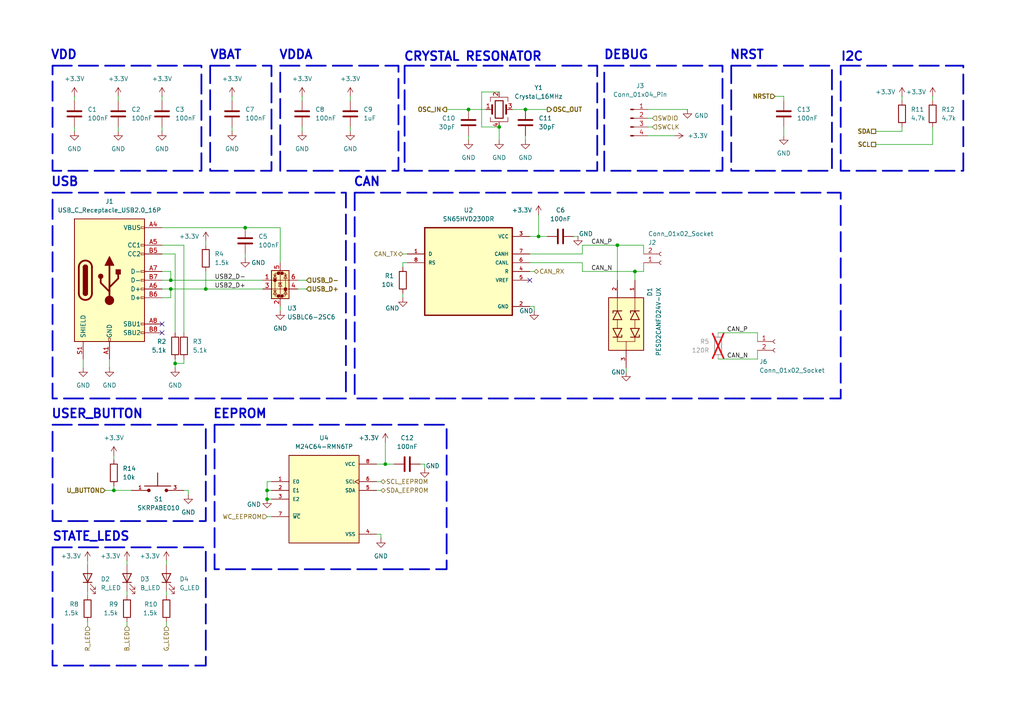
<source format=kicad_sch>
(kicad_sch (version 20231120) (generator "eeschema") (generator_version "8.0")
  (paper "A4")
  (title_block (title "MCU_Peripherals") (date "2025-12-08") (rev "V0.1") (company "Drag0th"))
  (lib_symbols
    (symbol "Connector:Conn_01x02_Socket" (pin_names (offset 1.016) hide)
      (property "Reference" "J" (at 0 2.54 0))
      (property "Value" "Conn_01x02_Socket" (at 0 -5.08 0))
      (symbol "Conn_01x02_Socket_1_1"
        (arc (start 0 -2.032) (mid -0.5058 -2.54) (end 0 -3.048) (stroke (width 0.1524)))
        (polyline (pts (xy -1.27 -2.54) (xy -0.508 -2.54)) (stroke (width 0.1524)))
        (polyline (pts (xy -1.27 0) (xy -0.508 0)) (stroke (width 0.1524)))
        (arc (start 0 0.508) (mid -0.5058 0) (end 0 -0.508) (stroke (width 0.1524)))
        (pin passive line (at -5.08 0 0) (length 3.81) (name "Pin_1") (number "1"))
        (pin passive line (at -5.08 -2.54 0) (length 3.81) (name "Pin_2") (number "2"))
      )
    )
    (symbol "Connector:Conn_01x04_Pin" (pin_names (offset 1.016) hide)
      (property "Reference" "J" (at 0 5.08 0))
      (property "Value" "Conn_01x04_Pin" (at 0 -7.62 0))
      (symbol "Conn_01x04_Pin_1_1"
        (polyline (pts (xy 1.27 -5.08) (xy 0.8636 -5.08)) (stroke (width 0.1524)))
        (polyline (pts (xy 1.27 -2.54) (xy 0.8636 -2.54)) (stroke (width 0.1524)))
        (polyline (pts (xy 1.27 0) (xy 0.8636 0)) (stroke (width 0.1524)))
        (polyline (pts (xy 1.27 2.54) (xy 0.8636 2.54)) (stroke (width 0.1524)))
        (rectangle (start 0.8636 -4.953) (end 0 -5.207) (stroke (width 0.1524)) (fill (type outline)))
        (rectangle (start 0.8636 -2.413) (end 0 -2.667) (stroke (width 0.1524)) (fill (type outline)))
        (rectangle (start 0.8636 0.127) (end 0 -0.127) (stroke (width 0.1524)) (fill (type outline)))
        (rectangle (start 0.8636 2.667) (end 0 2.413) (stroke (width 0.1524)) (fill (type outline)))
        (pin passive line (at 5.08 2.54 180) (length 3.81) (name "Pin_1") (number "1"))
        (pin passive line (at 5.08 0 180) (length 3.81) (name "Pin_2") (number "2"))
        (pin passive line (at 5.08 -2.54 180) (length 3.81) (name "Pin_3") (number "3"))
        (pin passive line (at 5.08 -5.08 180) (length 3.81) (name "Pin_4") (number "4"))
      )
    )
    (symbol "Connector:USB_C_Receptacle_USB2.0_16P" (pin_names (offset 1.016))
      (property "Reference" "J" (at 0 22.225 0))
      (property "Value" "USB_C_Receptacle_USB2.0_16P" (at 0 19.685 0))
      (symbol "USB_C_Receptacle_USB2.0_16P_0_0"
        (rectangle (start -0.254 -17.78) (end 0.254 -16.764))
        (rectangle (start 10.16 -14.986) (end 9.144 -15.494))
        (rectangle (start 10.16 -12.446) (end 9.144 -12.954))
        (rectangle (start 10.16 -4.826) (end 9.144 -5.334))
        (rectangle (start 10.16 -2.286) (end 9.144 -2.794))
        (rectangle (start 10.16 0.254) (end 9.144 -0.254))
        (rectangle (start 10.16 2.794) (end 9.144 2.286))
        (rectangle (start 10.16 7.874) (end 9.144 7.366))
        (rectangle (start 10.16 10.414) (end 9.144 9.906))
        (rectangle (start 10.16 15.494) (end 9.144 14.986))
      )
      (symbol "USB_C_Receptacle_USB2.0_16P_0_1"
        (rectangle (start -10.16 17.78) (end 10.16 -17.78) (stroke (width 0.254)) (fill (type background)))
        (arc (start -8.89 -3.81) (mid -6.985 -5.7067) (end -5.08 -3.81) (stroke (width 0.508)))
        (arc (start -7.62 -3.81) (mid -6.985 -4.4423) (end -6.35 -3.81) (stroke (width 0.254)))
        (arc (start -7.62 -3.81) (mid -6.985 -4.4423) (end -6.35 -3.81) (stroke (width 0.254)) (fill (type outline)))
        (rectangle (start -7.62 -3.81) (end -6.35 3.81) (stroke (width 0.254)) (fill (type outline)))
        (arc (start -6.35 3.81) (mid -6.985 4.4423) (end -7.62 3.81) (stroke (width 0.254)))
        (arc (start -6.35 3.81) (mid -6.985 4.4423) (end -7.62 3.81) (stroke (width 0.254)) (fill (type outline)))
        (arc (start -5.08 3.81) (mid -6.985 5.7067) (end -8.89 3.81) (stroke (width 0.508)))
        (circle (center -2.54 1.143) (radius 0.635) (stroke (width 0.254)) (fill (type outline)))
        (circle (center 0 -5.842) (radius 1.27) (fill (type outline)))
        (polyline (pts (xy -8.89 -3.81) (xy -8.89 3.81)) (stroke (width 0.508)))
        (polyline (pts (xy -5.08 3.81) (xy -5.08 -3.81)) (stroke (width 0.508)))
        (polyline (pts (xy 0 -5.842) (xy 0 4.318)) (stroke (width 0.508)))
        (polyline (pts (xy 0 -3.302) (xy -2.54 -0.762) (xy -2.54 0.508)) (stroke (width 0.508)))
        (polyline (pts (xy 0 -2.032) (xy 2.54 0.508) (xy 2.54 1.778)) (stroke (width 0.508)))
        (polyline (pts (xy -1.27 4.318) (xy 0 6.858) (xy 1.27 4.318) (xy -1.27 4.318)) (stroke (width 0.254)) (fill (type outline)))
        (rectangle (start 1.905 1.778) (end 3.175 3.048) (stroke (width 0.254)) (fill (type outline)))
      )
      (symbol "USB_C_Receptacle_USB2.0_16P_1_1"
        (pin passive line (at 0 -22.86 90) (length 5.08) (name "GND") (number "A1"))
        (pin passive line (at 0 -22.86 90) (length 5.08) hide (name "GND") (number "A12"))
        (pin passive line (at 15.24 15.24 180) (length 5.08) (name "VBUS") (number "A4"))
        (pin bidirectional line (at 15.24 10.16 180) (length 5.08) (name "CC1") (number "A5"))
        (pin bidirectional line (at 15.24 -2.54 180) (length 5.08) (name "D+") (number "A6"))
        (pin bidirectional line (at 15.24 2.54 180) (length 5.08) (name "D-") (number "A7"))
        (pin bidirectional line (at 15.24 -12.7 180) (length 5.08) (name "SBU1") (number "A8"))
        (pin passive line (at 15.24 15.24 180) (length 5.08) hide (name "VBUS") (number "A9"))
        (pin passive line (at 0 -22.86 90) (length 5.08) hide (name "GND") (number "B1"))
        (pin passive line (at 0 -22.86 90) (length 5.08) hide (name "GND") (number "B12"))
        (pin passive line (at 15.24 15.24 180) (length 5.08) hide (name "VBUS") (number "B4"))
        (pin bidirectional line (at 15.24 7.62 180) (length 5.08) (name "CC2") (number "B5"))
        (pin bidirectional line (at 15.24 -5.08 180) (length 5.08) (name "D+") (number "B6"))
        (pin bidirectional line (at 15.24 0 180) (length 5.08) (name "D-") (number "B7"))
        (pin bidirectional line (at 15.24 -15.24 180) (length 5.08) (name "SBU2") (number "B8"))
        (pin passive line (at 15.24 15.24 180) (length 5.08) hide (name "VBUS") (number "B9"))
        (pin passive line (at -7.62 -22.86 90) (length 5.08) (name "SHIELD") (number "S1"))
      )
    )
    (symbol "Device:C" (pin_numbers hide) (pin_names (offset 0.254))
      (property "Reference" "C" (at 0.635 2.54 0))
      (property "Value" "C" (at 0.635 -2.54 0))
      (symbol "C_0_1"
        (polyline (pts (xy -2.032 -0.762) (xy 2.032 -0.762)) (stroke (width 0.508)))
        (polyline (pts (xy -2.032 0.762) (xy 2.032 0.762)) (stroke (width 0.508)))
      )
      (symbol "C_1_1"
        (pin passive line (at 0 3.81 270) (length 2.794) (name "~") (number "1"))
        (pin passive line (at 0 -3.81 90) (length 2.794) (name "~") (number "2"))
      )
    )
    (symbol "Device:Crystal_GND24" (pin_names (offset 1.016) hide)
      (property "Reference" "Y" (at 3.175 5.08 0))
      (property "Value" "Crystal_GND24" (at 3.175 3.175 0))
      (symbol "Crystal_GND24_0_1"
        (rectangle (start -1.143 2.54) (end 1.143 -2.54) (stroke (width 0.3048)))
        (polyline (pts (xy -2.54 0) (xy -2.032 0)))
        (polyline (pts (xy -2.032 -1.27) (xy -2.032 1.27)) (stroke (width 0.508)))
        (polyline (pts (xy 0 -3.81) (xy 0 -3.556)))
        (polyline (pts (xy 0 3.556) (xy 0 3.81)))
        (polyline (pts (xy 2.032 -1.27) (xy 2.032 1.27)) (stroke (width 0.508)))
        (polyline (pts (xy 2.032 0) (xy 2.54 0)))
        (polyline (pts (xy -2.54 -2.286) (xy -2.54 -3.556) (xy 2.54 -3.556) (xy 2.54 -2.286)))
        (polyline (pts (xy -2.54 2.286) (xy -2.54 3.556) (xy 2.54 3.556) (xy 2.54 2.286)))
      )
      (symbol "Crystal_GND24_1_1"
        (pin passive line (at -3.81 0 0) (length 1.27) (name "1") (number "1"))
        (pin passive line (at 0 5.08 270) (length 1.27) (name "2") (number "2"))
        (pin passive line (at 3.81 0 180) (length 1.27) (name "3") (number "3"))
        (pin passive line (at 0 -5.08 90) (length 1.27) (name "4") (number "4"))
      )
    )
    (symbol "Device:LED" (pin_numbers hide) (pin_names (offset 1.016) hide)
      (property "Reference" "D" (at 0 2.54 0))
      (property "Value" "LED" (at 0 -2.54 0))
      (symbol "LED_0_1"
        (polyline (pts (xy -1.27 -1.27) (xy -1.27 1.27)) (stroke (width 0.254)))
        (polyline (pts (xy -1.27 0) (xy 1.27 0)))
        (polyline (pts (xy 1.27 -1.27) (xy 1.27 1.27) (xy -1.27 0) (xy 1.27 -1.27)) (stroke (width 0.254)))
        (polyline (pts (xy -3.048 -0.762) (xy -4.572 -2.286) (xy -3.81 -2.286) (xy -4.572 -2.286) (xy -4.572 -1.524)))
        (polyline (pts (xy -1.778 -0.762) (xy -3.302 -2.286) (xy -2.54 -2.286) (xy -3.302 -2.286) (xy -3.302 -1.524)))
      )
      (symbol "LED_1_1"
        (pin passive line (at -3.81 0 0) (length 2.54) (name "K") (number "1"))
        (pin passive line (at 3.81 0 180) (length 2.54) (name "A") (number "2"))
      )
    )
    (symbol "Device:R" (pin_numbers hide) (pin_names (offset 0))
      (property "Reference" "R" (at 2.032 0 90))
      (property "Value" "R" (at 0 0 90))
      (symbol "R_0_1"
        (rectangle (start -1.016 -2.54) (end 1.016 2.54) (stroke (width 0.254)))
      )
      (symbol "R_1_1"
        (pin passive line (at 0 3.81 270) (length 1.27) (name "~") (number "1"))
        (pin passive line (at 0 -3.81 90) (length 1.27) (name "~") (number "2"))
      )
    )
    (symbol "KSZ_KiCad_Symbol_Library:M24C64-RMN6TP" (pin_names (offset 1.016))
      (property "Reference" "U" (at -10.16 13.335 0))
      (property "Value" "M24C64-RMN6TP" (at -10.16 -15.24 0))
      (symbol "M24C64-RMN6TP_0_0"
        (rectangle (start -10.16 -12.7) (end 10.16 12.7) (stroke (width 0.254)) (fill (type background)))
        (pin input line (at -15.24 5.08 0) (length 5.08) (name "E0") (number "1"))
        (pin input line (at -15.24 2.54 0) (length 5.08) (name "E1") (number "2"))
        (pin input line (at -15.24 0 0) (length 5.08) (name "E2") (number "3"))
        (pin power_in line (at 15.24 -10.16 180) (length 5.08) (name "VSS") (number "4"))
        (pin bidirectional line (at 15.24 2.54 180) (length 5.08) (name "SDA") (number "5"))
        (pin input clock (at 15.24 5.08 180) (length 5.08) (name "SCL") (number "6"))
        (pin input line (at -15.24 -5.08 0) (length 5.08) (name "~{WC}") (number "7"))
        (pin power_in line (at 15.24 10.16 180) (length 5.08) (name "VCC") (number "8"))
      )
    )
    (symbol "KSZ_KiCad_Symbol_Library:PESD2CANFD24V-UX" (pin_names (offset 1.016))
      (property "Reference" "D" (at -7.62 5.715 0))
      (property "Value" "PESD2CANFD24V-UX" (at -7.62 -7.62 0))
      (symbol "PESD2CANFD24V-UX_0_0"
        (rectangle (start -7.62 -5.08) (end 7.62 5.08) (stroke (width 0.254)) (fill (type background)))
        (polyline (pts (xy -7.62 -2.54) (xy -3.81 -2.54)) (stroke (width 0.1524)))
        (polyline (pts (xy -7.62 2.54) (xy -3.81 2.54)) (stroke (width 0.1524)))
        (polyline (pts (xy -3.81 -3.81) (xy -3.81 -2.54)) (stroke (width 0.254)))
        (polyline (pts (xy -3.81 -2.54) (xy -3.81 -1.27)) (stroke (width 0.254)))
        (polyline (pts (xy -3.81 -2.54) (xy -1.27 -3.81)) (stroke (width 0.254)))
        (polyline (pts (xy -3.81 1.27) (xy -3.81 2.54)) (stroke (width 0.254)))
        (polyline (pts (xy -3.81 2.54) (xy -3.81 3.81)) (stroke (width 0.254)))
        (polyline (pts (xy -3.81 2.54) (xy -1.27 1.27)) (stroke (width 0.254)))
        (polyline (pts (xy -3.175 -3.81) (xy -3.81 -3.81)) (stroke (width 0.254)))
        (polyline (pts (xy -3.175 1.27) (xy -3.81 1.27)) (stroke (width 0.254)))
        (polyline (pts (xy -1.27 -3.81) (xy -1.27 -2.54)) (stroke (width 0.254)))
        (polyline (pts (xy -1.27 -2.54) (xy -1.27 -1.27)) (stroke (width 0.254)))
        (polyline (pts (xy -1.27 -2.54) (xy 1.27 -2.54)) (stroke (width 0.1524)))
        (polyline (pts (xy -1.27 -1.27) (xy -3.81 -2.54)) (stroke (width 0.254)))
        (polyline (pts (xy -1.27 1.27) (xy -1.27 3.81)) (stroke (width 0.254)))
        (polyline (pts (xy -1.27 2.54) (xy 1.27 2.54)) (stroke (width 0.1524)))
        (polyline (pts (xy -1.27 3.81) (xy -3.81 2.54)) (stroke (width 0.254)))
        (polyline (pts (xy 1.27 -3.81) (xy 3.81 -2.54)) (stroke (width 0.254)))
        (polyline (pts (xy 1.27 -2.54) (xy 1.27 -3.81)) (stroke (width 0.254)))
        (polyline (pts (xy 1.27 -1.27) (xy 1.27 -2.54)) (stroke (width 0.254)))
        (polyline (pts (xy 1.27 1.27) (xy 3.81 2.54)) (stroke (width 0.254)))
        (polyline (pts (xy 1.27 3.81) (xy 1.27 1.27)) (stroke (width 0.254)))
        (polyline (pts (xy 3.175 -1.27) (xy 3.81 -1.27)) (stroke (width 0.254)))
        (polyline (pts (xy 3.175 3.81) (xy 3.81 3.81)) (stroke (width 0.254)))
        (polyline (pts (xy 3.81 -2.54) (xy 1.27 -1.27)) (stroke (width 0.254)))
        (polyline (pts (xy 3.81 -2.54) (xy 3.81 -3.81)) (stroke (width 0.254)))
        (polyline (pts (xy 3.81 -2.54) (xy 5.08 -2.54)) (stroke (width 0.1524)))
        (polyline (pts (xy 3.81 -1.27) (xy 3.81 -2.54)) (stroke (width 0.254)))
        (polyline (pts (xy 3.81 2.54) (xy 1.27 3.81)) (stroke (width 0.254)))
        (polyline (pts (xy 3.81 2.54) (xy 3.81 1.27)) (stroke (width 0.254)))
        (polyline (pts (xy 3.81 2.54) (xy 5.08 2.54)) (stroke (width 0.1524)))
        (polyline (pts (xy 3.81 3.81) (xy 3.81 2.54)) (stroke (width 0.254)))
        (polyline (pts (xy 5.08 -2.54) (xy 5.08 0)) (stroke (width 0.1524)))
        (polyline (pts (xy 5.08 0) (xy 5.08 2.54)) (stroke (width 0.1524)))
        (polyline (pts (xy 5.08 0) (xy 7.62 0)) (stroke (width 0.1524)))
        (pin passive line (at -12.7 2.54 0) (length 5.08) (name "~") (number "1"))
        (pin passive line (at -12.7 -2.54 0) (length 5.08) (name "~") (number "2"))
        (pin passive line (at 12.7 0 180) (length 5.08) (name "~") (number "3"))
      )
    )
    (symbol "KSZ_KiCad_Symbol_Library:SKRPABE010" (pin_names (offset 1.016))
      (property "Reference" "S" (at -5.08 6.35 0))
      (property "Value" "SKRPABE010" (at -5.08 -5.08 0))
      (symbol "SKRPABE010_0_0"
        (circle (center -2.54 0) (radius 0.254) (stroke (width 0.508)))
        (polyline (pts (xy -3.81 1.27) (xy 0 1.27)) (stroke (width 0.254)))
        (polyline (pts (xy 0 1.27) (xy 0 5.08)) (stroke (width 0.254)))
        (polyline (pts (xy 0 1.27) (xy 3.81 1.27)) (stroke (width 0.254)))
        (circle (center 2.54 0) (radius 0.254) (stroke (width 0.508)))
        (pin passive line (at -7.62 0 0) (length 5.08) (name "~") (number "1"))
        (pin passive line (at -7.62 0 0) (length 5.08) hide (name "~") (number "2"))
        (pin passive line (at 7.62 0 180) (length 5.08) (name "~") (number "3"))
        (pin passive line (at 7.62 0 180) (length 5.08) hide (name "~") (number "4"))
      )
    )
    (symbol "KSZ_KiCad_Symbol_Library:SN65HVD230DR" (pin_names (offset 1.016))
      (property "Reference" "U" (at -12.7 13.7 0))
      (property "Value" "SN65HVD230DR" (at -12.7 -16.7 0))
      (symbol "SN65HVD230DR_0_0"
        (rectangle (start -12.7 -12.7) (end 12.7 12.7) (stroke (width 0.41)) (fill (type background)))
        (pin input line (at -17.78 5.08 0) (length 5.08) (name "D") (number "1"))
        (pin power_in line (at 17.78 -10.16 180) (length 5.08) (name "GND") (number "2"))
        (pin power_in line (at 17.78 10.16 180) (length 5.08) (name "VCC") (number "3"))
        (pin output line (at 17.78 0 180) (length 5.08) (name "R") (number "4"))
        (pin output line (at 17.78 -2.54 180) (length 5.08) (name "VREF") (number "5"))
        (pin output line (at 17.78 2.54 180) (length 5.08) (name "CANL") (number "6"))
        (pin output line (at 17.78 5.08 180) (length 5.08) (name "CANH") (number "7"))
        (pin input line (at -17.78 2.54 0) (length 5.08) (name "RS") (number "8"))
      )
    )
    (symbol "Power_Protection:USBLC6-2SC6" (pin_names hide)
      (property "Reference" "U" (at 0.635 5.715 0))
      (property "Value" "USBLC6-2SC6" (at 0.635 3.81 0))
      (symbol "USBLC6-2SC6_0_0"
        (circle (center -1.524 0) (radius 0.0001) (stroke (width 0.508)))
        (circle (center -0.508 -4.572) (radius 0.0001) (stroke (width 0.508)))
        (circle (center -0.508 2.032) (radius 0.0001) (stroke (width 0.508)))
        (circle (center 0.508 -4.572) (radius 0.0001) (stroke (width 0.508)))
        (circle (center 0.508 2.032) (radius 0.0001) (stroke (width 0.508)))
        (circle (center 1.524 -2.54) (radius 0.0001) (stroke (width 0.508)))
      )
      (symbol "USBLC6-2SC6_0_1"
        (polyline (pts (xy -2.54 -2.54) (xy 2.54 -2.54)))
        (polyline (pts (xy -2.54 0) (xy 2.54 0)))
        (polyline (pts (xy -2.032 -3.048) (xy -1.016 -3.048)))
        (polyline (pts (xy -1.016 1.524) (xy -2.032 1.524)))
        (polyline (pts (xy 1.016 -3.048) (xy 2.032 -3.048)))
        (polyline (pts (xy 1.016 1.524) (xy 2.032 1.524)))
        (polyline (pts (xy -0.508 -1.143) (xy -0.508 -0.762) (xy 0.508 -0.762)))
        (polyline (pts (xy -2.032 0.508) (xy -1.016 0.508) (xy -1.524 1.524) (xy -2.032 0.508)))
        (polyline (pts (xy -1.016 -4.064) (xy -2.032 -4.064) (xy -1.524 -3.048) (xy -1.016 -4.064)))
        (polyline (pts (xy 0.508 -1.778) (xy -0.508 -1.778) (xy 0 -0.762) (xy 0.508 -1.778)))
        (polyline (pts (xy 2.032 -4.064) (xy 1.016 -4.064) (xy 1.524 -3.048) (xy 2.032 -4.064)))
        (polyline (pts (xy 2.032 0.508) (xy 1.016 0.508) (xy 1.524 1.524) (xy 2.032 0.508)))
        (polyline (pts (xy 0 2.54) (xy -0.508 2.032) (xy 0.508 2.032) (xy 0 1.524) (xy 0 -4.064) (xy -0.508 -4.572) (xy 0.508 -4.572) (xy 0 -5.08)))
      )
      (symbol "USBLC6-2SC6_1_1"
        (rectangle (start -2.54 2.794) (end 2.54 -5.334) (stroke (width 0.254)) (fill (type background)))
        (polyline (pts (xy -0.508 2.032) (xy -1.524 2.032) (xy -1.524 -4.572) (xy -0.508 -4.572)))
        (polyline (pts (xy 0.508 -4.572) (xy 1.524 -4.572) (xy 1.524 2.032) (xy 0.508 2.032)))
        (pin passive line (at -5.08 0 0) (length 2.54) (name "I/O1") (number "1"))
        (pin passive line (at 0 -7.62 90) (length 2.54) (name "GND") (number "2"))
        (pin passive line (at -5.08 -2.54 0) (length 2.54) (name "I/O2") (number "3"))
        (pin passive line (at 5.08 -2.54 180) (length 2.54) (name "I/O2") (number "4"))
        (pin passive line (at 0 5.08 270) (length 2.54) (name "VBUS") (number "5"))
        (pin passive line (at 5.08 0 180) (length 2.54) (name "I/O1") (number "6"))
      )
    )
    (symbol "power:+3.3V" (power) (pin_numbers hide) (pin_names (offset 0) hide)
      (property "Value" "+3.3V" (at 0 3.556 0))
      (symbol "+3.3V_0_1"
        (polyline (pts (xy -0.762 1.27) (xy 0 2.54)))
        (polyline (pts (xy 0 0) (xy 0 2.54)))
        (polyline (pts (xy 0 2.54) (xy 0.762 1.27)))
      )
      (symbol "+3.3V_1_1"
        (pin power_in line (at 0 0 90) (length 0) (name "~") (number "1"))
      )
    )
    (symbol "power:GND" (power) (pin_numbers hide) (pin_names (offset 0) hide)
      (property "Value" "GND" (at 0 -3.81 0))
      (symbol "GND_0_1"
        (polyline (pts (xy 0 0) (xy 0 -1.27) (xy 1.27 -1.27) (xy 0 -2.54) (xy -1.27 -1.27) (xy 0 -1.27)))
      )
      (symbol "GND_1_1"
        (pin power_in line (at 0 0 270) (length 0) (name "~") (number "1"))
      )
    )
  )
  (junction (at 135.89 31.75))
  (junction (at 49.53 83.82))
  (junction (at 59.69 83.82))
  (junction (at 49.53 81.28))
  (junction (at 77.47 142.24))
  (junction (at 50.8 105.41))
  (junction (at 144.78 36.83))
  (junction (at 71.12 66.04))
  (junction (at 184.15 78.74))
  (junction (at 111.76 134.62))
  (junction (at 33.02 142.24))
  (junction (at 152.4 31.75))
  (junction (at 77.47 144.78))
  (junction (at 179.07 71.12))
  (junction (at 156.21 68.58))
  (no_connect (at 153.67 81.28))
  (no_connect (at 46.99 96.52))
  (no_connect (at 46.99 93.98))
  (wire (pts (xy 270.51 41.91) (xy 270.51 36.83)))
  (wire (pts (xy 144.78 26.67) (xy 139.7 26.67)))
  (wire (pts (xy 25.4 171.45) (xy 25.4 172.72)))
  (wire (pts (xy 34.29 27.94) (xy 34.29 29.21)))
  (wire (pts (xy 48.26 171.45) (xy 48.26 172.72)))
  (wire (pts (xy 261.62 27.94) (xy 261.62 29.21)))
  (wire (pts (xy 123.19 134.62) (xy 123.19 135.89)))
  (wire (pts (xy 46.99 27.94) (xy 46.99 29.21)))
  (wire (pts (xy 116.84 73.66) (xy 118.11 73.66)))
  (wire (pts (xy 46.99 71.12) (xy 53.34 71.12)))
  (wire (pts (xy 168.91 71.12) (xy 168.91 73.66)))
  (wire (pts (xy 33.02 132.08) (xy 33.02 133.35)))
  (wire (pts (xy 153.67 88.9) (xy 154.94 88.9)))
  (wire (pts (xy 46.99 81.28) (xy 49.53 81.28)))
  (wire (pts (xy 78.74 142.24) (xy 77.47 142.24)))
  (wire (pts (xy 184.15 78.74) (xy 184.15 81.28)))
  (wire (pts (xy 77.47 149.86) (xy 78.74 149.86)))
  (wire (pts (xy 153.67 76.2) (xy 168.91 76.2)))
  (wire (pts (xy 30.48 142.24) (xy 33.02 142.24)))
  (wire (pts (xy 49.53 83.82) (xy 59.69 83.82)))
  (wire (pts (xy 116.84 76.2) (xy 116.84 77.47)))
  (wire (pts (xy 67.31 27.94) (xy 67.31 29.21)))
  (wire (pts (xy 111.76 128.27) (xy 111.76 134.62)))
  (wire (pts (xy 49.53 81.28) (xy 76.2 81.28)))
  (wire (pts (xy 77.47 144.78) (xy 78.74 144.78)))
  (wire (pts (xy 270.51 27.94) (xy 270.51 29.21)))
  (wire (pts (xy 181.61 106.68) (xy 181.61 107.95)))
  (wire (pts (xy 50.8 73.66) (xy 50.8 96.52)))
  (wire (pts (xy 254 41.91) (xy 270.51 41.91)))
  (wire (pts (xy 78.74 139.7) (xy 77.47 139.7)))
  (wire (pts (xy 219.71 99.06) (xy 219.71 96.52)))
  (wire (pts (xy 77.47 142.24) (xy 77.47 144.78)))
  (wire (pts (xy 46.99 73.66) (xy 50.8 73.66)))
  (wire (pts (xy 121.92 134.62) (xy 123.19 134.62)))
  (wire (pts (xy 152.4 40.64) (xy 152.4 39.37)))
  (wire (pts (xy 46.99 78.74) (xy 49.53 78.74)))
  (wire (pts (xy 36.83 162.56) (xy 36.83 163.83)))
  (wire (pts (xy 53.34 142.24) (xy 54.61 142.24)))
  (wire (pts (xy 111.76 134.62) (xy 114.3 134.62)))
  (wire (pts (xy 179.07 71.12) (xy 186.69 71.12)))
  (wire (pts (xy 219.71 104.14) (xy 208.28 104.14)))
  (wire (pts (xy 110.49 154.94) (xy 110.49 156.21)))
  (wire (pts (xy 81.28 88.9) (xy 81.28 90.17)))
  (wire (pts (xy 36.83 180.34) (xy 36.83 181.61)))
  (wire (pts (xy 50.8 106.68) (xy 50.8 105.41)))
  (wire (pts (xy 49.53 78.74) (xy 49.53 81.28)))
  (wire (pts (xy 118.11 76.2) (xy 116.84 76.2)))
  (wire (pts (xy 71.12 73.66) (xy 71.12 74.93)))
  (wire (pts (xy 101.6 36.83) (xy 101.6 38.1)))
  (wire (pts (xy 254 38.1) (xy 261.62 38.1)))
  (wire (pts (xy 46.99 36.83) (xy 46.99 38.1)))
  (wire (pts (xy 71.12 66.04) (xy 81.28 66.04)))
  (wire (pts (xy 139.7 36.83) (xy 144.78 36.83)))
  (wire (pts (xy 187.96 31.75) (xy 199.39 31.75)))
  (wire (pts (xy 135.89 31.75) (xy 140.97 31.75)))
  (wire (pts (xy 87.63 27.94) (xy 87.63 29.21)))
  (wire (pts (xy 81.28 66.04) (xy 81.28 76.2)))
  (wire (pts (xy 36.83 171.45) (xy 36.83 172.72)))
  (wire (pts (xy 46.99 86.36) (xy 49.53 86.36)))
  (wire (pts (xy 87.63 36.83) (xy 87.63 38.1)))
  (wire (pts (xy 219.71 96.52) (xy 208.28 96.52)))
  (wire (pts (xy 109.22 154.94) (xy 110.49 154.94)))
  (wire (pts (xy 152.4 31.75) (xy 158.75 31.75)))
  (wire (pts (xy 227.33 27.94) (xy 227.33 29.21)))
  (wire (pts (xy 54.61 143.51) (xy 54.61 142.24)))
  (wire (pts (xy 153.67 78.74) (xy 154.94 78.74)))
  (wire (pts (xy 34.29 36.83) (xy 34.29 38.1)))
  (wire (pts (xy 144.78 36.83) (xy 144.78 40.64)))
  (wire (pts (xy 219.71 101.6) (xy 219.71 104.14)))
  (wire (pts (xy 25.4 162.56) (xy 25.4 163.83)))
  (wire (pts (xy 53.34 104.14) (xy 53.34 105.41)))
  (wire (pts (xy 86.36 83.82) (xy 88.9 83.82)))
  (wire (pts (xy 224.79 27.94) (xy 227.33 27.94)))
  (wire (pts (xy 153.67 73.66) (xy 168.91 73.66)))
  (wire (pts (xy 166.37 68.58) (xy 167.64 68.58)))
  (wire (pts (xy 156.21 62.23) (xy 156.21 68.58)))
  (wire (pts (xy 116.84 85.09) (xy 116.84 86.36)))
  (wire (pts (xy 33.02 142.24) (xy 38.1 142.24)))
  (wire (pts (xy 261.62 36.83) (xy 261.62 38.1)))
  (wire (pts (xy 186.69 71.12) (xy 186.69 73.66)))
  (wire (pts (xy 31.75 104.14) (xy 31.75 106.68)))
  (wire (pts (xy 48.26 180.34) (xy 48.26 181.61)))
  (wire (pts (xy 227.33 36.83) (xy 227.33 39.37)))
  (wire (pts (xy 187.96 39.37) (xy 195.58 39.37)))
  (wire (pts (xy 168.91 71.12) (xy 179.07 71.12)))
  (wire (pts (xy 168.91 76.2) (xy 168.91 78.74)))
  (wire (pts (xy 67.31 36.83) (xy 67.31 38.1)))
  (wire (pts (xy 21.59 27.94) (xy 21.59 29.21)))
  (wire (pts (xy 50.8 105.41) (xy 53.34 105.41)))
  (wire (pts (xy 24.13 104.14) (xy 24.13 106.68)))
  (wire (pts (xy 135.89 39.37) (xy 135.89 40.64)))
  (wire (pts (xy 48.26 162.56) (xy 48.26 163.83)))
  (wire (pts (xy 186.69 76.2) (xy 186.69 78.74)))
  (wire (pts (xy 46.99 83.82) (xy 49.53 83.82)))
  (wire (pts (xy 154.94 88.9) (xy 154.94 90.17)))
  (wire (pts (xy 59.69 69.85) (xy 59.69 71.12)))
  (wire (pts (xy 101.6 27.94) (xy 101.6 29.21)))
  (wire (pts (xy 168.91 78.74) (xy 184.15 78.74)))
  (wire (pts (xy 187.96 36.83) (xy 189.23 36.83)))
  (wire (pts (xy 184.15 78.74) (xy 186.69 78.74)))
  (wire (pts (xy 187.96 34.29) (xy 189.23 34.29)))
  (wire (pts (xy 153.67 68.58) (xy 156.21 68.58)))
  (wire (pts (xy 156.21 68.58) (xy 158.75 68.58)))
  (wire (pts (xy 49.53 86.36) (xy 49.53 83.82)))
  (wire (pts (xy 53.34 71.12) (xy 53.34 96.52)))
  (wire (pts (xy 77.47 139.7) (xy 77.47 142.24)))
  (wire (pts (xy 59.69 78.74) (xy 59.69 83.82)))
  (wire (pts (xy 59.69 83.82) (xy 76.2 83.82)))
  (wire (pts (xy 129.54 31.75) (xy 135.89 31.75)))
  (wire (pts (xy 148.59 31.75) (xy 152.4 31.75)))
  (wire (pts (xy 46.99 66.04) (xy 71.12 66.04)))
  (wire (pts (xy 139.7 26.67) (xy 139.7 36.83)))
  (wire (pts (xy 50.8 104.14) (xy 50.8 105.41)))
  (wire (pts (xy 25.4 180.34) (xy 25.4 181.61)))
  (wire (pts (xy 109.22 142.24) (xy 110.49 142.24)))
  (wire (pts (xy 33.02 140.97) (xy 33.02 142.24)))
  (wire (pts (xy 21.59 36.83) (xy 21.59 38.1)))
  (wire (pts (xy 86.36 81.28) (xy 88.9 81.28)))
  (wire (pts (xy 179.07 71.12) (xy 179.07 81.28)))
  (wire (pts (xy 109.22 139.7) (xy 110.49 139.7)))
  (wire (pts (xy 109.22 134.62) (xy 111.76 134.62)))
  (rectangle (start 81.28 19.05) (end 115.57 49.53) (stroke (width 0.508) (type dash)))
  (rectangle (start 60.96 19.05) (end 78.74 49.53) (stroke (width 0.508) (type dash)))
  (rectangle (start 175.26 19.05) (end 209.55 49.53) (stroke (width 0.508) (type dash)))
  (rectangle (start 15.24 55.88) (end 100.33 115.57) (stroke (width 0.508) (type dash)))
  (rectangle (start 62.23 123.19) (end 129.54 165.1) (stroke (width 0.508) (type dash)))
  (rectangle (start 212.09 19.05) (end 241.3 49.53) (stroke (width 0.508) (type dash)))
  (rectangle (start 102.87 55.88) (end 243.84 115.57) (stroke (width 0.508) (type dash)))
  (rectangle (start 117.348 19.05) (end 173.228 49.53) (stroke (width 0.508) (type dash)))
  (rectangle (start 243.84 19.05) (end 279.4 49.53) (stroke (width 0.508) (type dash)))
  (rectangle (start 15.24 19.05) (end 58.42 49.53) (stroke (width 0.508) (type dash)))
  (rectangle (start 15.24 158.75) (end 59.69 193.04) (stroke (width 0.508) (type dash)))
  (rectangle (start 15.24 123.19) (end 59.69 151.13) (stroke (width 0.508) (type dash)))
  (text "VDDA" (at 85.852 16.002 0) (effects (font (size 2.54 2.54) (thickness 0.508) (bold yes))))
  (text "CRYSTAL RESONATOR" (at 137.16 16.51 0) (effects (font (size 2.54 2.54) (thickness 0.508) (bold yes))))
  (text "CAN" (at 106.426 52.832 0) (effects (font (size 2.54 2.54) (thickness 0.508) (bold yes))))
  (text "EEPROM" (at 69.596 120.142 0) (effects (font (size 2.54 2.54) (thickness 0.508) (bold yes))))
  (text "VDD" (at 18.542 16.002 0) (effects (font (size 2.54 2.54) (thickness 0.508) (bold yes))))
  (text "STATE_LEDS" (at 26.416 155.702 0) (effects (font (size 2.54 2.54) (thickness 0.508) (bold yes))))
  (text "DEBUG" (at 181.61 16.002 0) (effects (font (size 2.54 2.54) (thickness 0.508) (bold yes))))
  (text "NRST" (at 216.662 16.002 0) (effects (font (size 2.54 2.54) (thickness 0.508) (bold yes))))
  (text "VBAT" (at 65.532 16.002 0) (effects (font (size 2.54 2.54) (thickness 0.508) (bold yes))))
  (text "USER_BUTTON" (at 28.194 120.142 0) (effects (font (size 2.54 2.54) (thickness 0.508) (bold yes))))
  (text "I2C" (at 247.142 16.51 0) (effects (font (size 2.54 2.54) (thickness 0.508) (bold yes))))
  (text "USB" (at 18.796 52.832 0) (effects (font (size 2.54 2.54) (thickness 0.508) (bold yes))))
  (label "CAN_P" (at 171.45 71.12 0))
  (label "CAN_N" (at 210.82 104.14 0))
  (label "USB2_D+" (at 62.23 83.82 0))
  (label "USB2_D-" (at 62.23 81.28 0))
  (label "CAN_N" (at 171.45 78.74 0))
  (label "CAN_P" (at 210.82 96.52 0))
  (hierarchical_label "OSC_OUT" (shape output) (at 158.75 31.75 0) (effects (font (thickness 0.254) (bold yes))))
  (hierarchical_label "SDA" (shape passive) (at 254 38.1 180) (effects (font (thickness 0.254) (bold yes))))
  (hierarchical_label "R_LED" (shape input) (at 25.4 181.61 270))
  (hierarchical_label "U_BUTTON" (shape input) (at 30.48 142.24 180) (effects (font (thickness 0.254) (bold yes))))
  (hierarchical_label "SWDIO" (shape input) (at 189.23 34.29 0))
  (hierarchical_label "SCL_EEPROM" (shape bidirectional) (at 110.49 139.7 0))
  (hierarchical_label "OSC_IN" (shape output) (at 129.54 31.75 180) (effects (font (thickness 0.254) (bold yes))))
  (hierarchical_label "WC_EEPROM" (shape input) (at 77.47 149.86 180))
  (hierarchical_label "SDA_EEPROM" (shape bidirectional) (at 110.49 142.24 0))
  (hierarchical_label "CAN_RX" (shape bidirectional) (at 154.94 78.74 0))
  (hierarchical_label "USB_D+" (shape input) (at 88.9 83.82 0) (effects (font (thickness 0.254) (bold yes))))
  (hierarchical_label "CAN_TX" (shape bidirectional) (at 116.84 73.66 180))
  (hierarchical_label "SCL" (shape passive) (at 254 41.91 180) (effects (font (thickness 0.254) (bold yes))))
  (hierarchical_label "SWCLK" (shape input) (at 189.23 36.83 0))
  (hierarchical_label "G_LED" (shape input) (at 48.26 181.61 270))
  (hierarchical_label "USB_D-" (shape input) (at 88.9 81.28 0) (effects (font (thickness 0.254) (bold yes))))
  (hierarchical_label "NRST" (shape input) (at 224.79 27.94 180) (effects (font (thickness 0.254) (bold yes))))
  (hierarchical_label "B_LED" (shape input) (at 36.83 181.61 270))
  (symbol (lib_id "power:GND") (at 46.99 38.1 0) (unit 1)
    (property "Reference" "#PWR03" (effects (hide yes)))
    (property "Value" "GND" (at 46.99 43.18 0))
    (property "Description" "Power symbol creates a global label with name \"GND\" , ground" (effects (hide yes)))
  )
  (symbol (lib_id "power:+3.3V") (at 59.69 69.85 0) (unit 1)
    (property "Reference" "#PWR029" (effects (hide yes)))
    (property "Value" "+3.3V" (at 54.864 68.58 0))
    (property "Description" "Power symbol creates a global label with name \"+3.3V\"" (effects (hide yes)))
  )
  (symbol (lib_id "power:GND") (at 81.28 90.17 0) (unit 1)
    (property "Reference" "#PWR024" (effects (hide yes)))
    (property "Value" "GND" (at 81.28 95.25 0))
    (property "Description" "Power symbol creates a global label with name \"GND\" , ground" (effects (hide yes)))
  )
  (symbol (lib_id "power:GND") (at 144.78 40.64 0) (unit 1)
    (property "Reference" "#PWR021" (effects (hide yes)))
    (property "Value" "GND" (at 144.78 45.72 0))
    (property "Description" "Power symbol creates a global label with name \"GND\" , ground" (effects (hide yes)))
  )
  (symbol (lib_id "power:GND") (at 116.84 86.36 0) (unit 1)
    (property "Reference" "#PWR090" (effects (hide yes)))
    (property "Value" "GND" (at 113.792 89.408 0))
    (property "Description" "Power symbol creates a global label with name \"GND\" , ground" (effects (hide yes)))
  )
  (symbol (lib_id "power:GND") (at 67.31 38.1 0) (unit 1)
    (property "Reference" "#PWR013" (effects (hide yes)))
    (property "Value" "GND" (at 67.31 43.18 0))
    (property "Description" "Power symbol creates a global label with name \"GND\" , ground" (effects (hide yes)))
  )
  (symbol (lib_id "power:GND") (at 167.64 68.58 0) (unit 1)
    (property "Reference" "#PWR088" (effects (hide yes)))
    (property "Value" "GND" (at 169.926 67.818 0))
    (property "Description" "Power symbol creates a global label with name \"GND\" , ground" (effects (hide yes)))
  )
  (symbol (lib_id "KSZ_KiCad_Symbol_Library:SN65HVD230DR") (at 135.89 78.74 0) (unit 1)
    (property "Reference" "U2" (at 135.89 60.96 0))
    (property "Value" "SN65HVD230DR" (at 135.89 63.5 0))
    (property "Footprint" "KSZ_KiCad_Footprint_Library:SOIC127P599X175-8N" (effects (hide yes)))
    (property "MF" "Texas Instruments" (effects (hide yes)))
    (property "Description_1" "\n                        \n                            3.3 V CAN Transceiver with Standby Mode\n                        \n" (effects (hide yes)))
    (property "Package" "SOIC-8 Texas Instruments" (effects (hide yes)))
    (property "Price" "None" (effects (hide yes)))
    (property "SnapEDA_Link" "https://www.snapeda.com/parts/SN65HVD230DR/Texas+Instruments/view-part/?ref=snap" (effects (hide yes)))
    (property "MP" "SN65HVD230DR" (effects (hide yes)))
    (property "Availability" "In Stock" (effects (hide yes)))
    (property "Check_prices" "https://www.snapeda.com/parts/SN65HVD230DR/Texas+Instruments/view-part/?ref=eda" (effects (hide yes)))
  )
  (symbol (lib_id "Connector:Conn_01x02_Socket") (at 224.79 99.06 0) (unit 1)
    (property "Reference" "J6" (at 220.218 104.902 0) (effects (justify left)))
    (property "Value" "Conn_01x02_Socket" (at 220.218 107.442 0) (effects (justify left)))
    (property "Footprint" "Connector_JST:JST_PH_S2B-PH-K_1x02_P2.00mm_Horizontal" (effects (hide yes)))
    (property "Description" "Generic connector, single row, 01x02, script generated" (effects (hide yes)))
  )
  (symbol (lib_id "power:+3.3V") (at 34.29 27.94 0) (unit 1)
    (property "Reference" "#PWR08" (effects (hide yes)))
    (property "Value" "+3.3V" (at 34.29 22.86 0))
    (property "Description" "Power symbol creates a global label with name \"+3.3V\"" (effects (hide yes)))
  )
  (symbol (lib_id "power:GND") (at 152.4 40.64 0) (unit 1)
    (property "Reference" "#PWR022" (effects (hide yes)))
    (property "Value" "GND" (at 152.4 45.72 0))
    (property "Description" "Power symbol creates a global label with name \"GND\" , ground" (effects (hide yes)))
  )
  (symbol (lib_id "power:+3.3V") (at 46.99 27.94 0) (unit 1)
    (property "Reference" "#PWR09" (effects (hide yes)))
    (property "Value" "+3.3V" (at 46.99 22.86 0))
    (property "Description" "Power symbol creates a global label with name \"+3.3V\"" (effects (hide yes)))
  )
  (symbol (lib_id "Device:C") (at 71.12 69.85 0) (unit 1)
    (property "Reference" "C5" (at 74.93 68.5799 0) (effects (justify left)))
    (property "Value" "100nF" (at 74.93 71.1199 0) (effects (justify left)))
    (property "Footprint" "Capacitor_SMD:C_0402_1005Metric_Pad0.74x0.62mm_HandSolder" (effects (hide yes)))
    (property "Description" "Unpolarized capacitor" (effects (hide yes)))
  )
  (symbol (lib_id "power:GND") (at 101.6 38.1 0) (unit 1)
    (property "Reference" "#PWR019" (effects (hide yes)))
    (property "Value" "GND" (at 101.6 43.18 0))
    (property "Description" "Power symbol creates a global label with name \"GND\" , ground" (effects (hide yes)))
  )
  (symbol (lib_id "Device:R") (at 53.34 100.33 0) (unit 1)
    (property "Reference" "R3" (at 55.88 99.0599 0) (effects (justify left)))
    (property "Value" "5.1k" (at 55.88 101.5999 0) (effects (justify left)))
    (property "Footprint" "Resistor_SMD:R_0402_1005Metric_Pad0.72x0.64mm_HandSolder" (effects (hide yes)))
    (property "Description" "Resistor" (effects (hide yes)))
  )
  (symbol (lib_id "power:+3.3V") (at 33.02 132.08 0) (unit 1)
    (property "Reference" "#PWR095" (effects (hide yes)))
    (property "Value" "+3.3V" (at 33.02 127 0))
    (property "Description" "Power symbol creates a global label with name \"+3.3V\"" (effects (hide yes)))
  )
  (symbol (lib_id "power:GND") (at 135.89 40.64 0) (unit 1)
    (property "Reference" "#PWR023" (effects (hide yes)))
    (property "Value" "GND" (at 135.89 45.72 0))
    (property "Description" "Power symbol creates a global label with name \"GND\" , ground" (effects (hide yes)))
  )
  (symbol (lib_id "power:GND") (at 24.13 106.68 0) (unit 1)
    (property "Reference" "#PWR026" (effects (hide yes)))
    (property "Value" "GND" (at 24.13 111.76 0))
    (property "Description" "Power symbol creates a global label with name \"GND\" , ground" (effects (hide yes)))
  )
  (symbol (lib_id "Device:C") (at 152.4 35.56 0) (unit 1)
    (property "Reference" "C11" (at 156.21 34.2899 0) (effects (justify left)))
    (property "Value" "30pF" (at 156.21 36.8299 0) (effects (justify left)))
    (property "Footprint" "Capacitor_SMD:C_0603_1608Metric_Pad1.08x0.95mm_HandSolder" (effects (hide yes)))
    (property "Description" "Unpolarized capacitor" (effects (hide yes)))
  )
  (symbol (lib_id "power:GND") (at 87.63 38.1 0) (unit 1)
    (property "Reference" "#PWR017" (effects (hide yes)))
    (property "Value" "GND" (at 87.63 43.18 0))
    (property "Description" "Power symbol creates a global label with name \"GND\" , ground" (effects (hide yes)))
  )
  (symbol (lib_id "Device:C") (at 101.6 33.02 0) (unit 1)
    (property "Reference" "C9" (at 105.41 31.7499 0) (effects (justify left)))
    (property "Value" "1uF" (at 105.41 34.2899 0) (effects (justify left)))
    (property "Footprint" "Capacitor_SMD:C_0402_1005Metric_Pad0.74x0.62mm_HandSolder" (effects (hide yes)))
    (property "Description" "Unpolarized capacitor" (effects (hide yes)))
  )
  (symbol (lib_id "power:+3.3V") (at 101.6 27.94 0) (unit 1)
    (property "Reference" "#PWR018" (effects (hide yes)))
    (property "Value" "+3.3V" (at 101.6 22.86 0))
    (property "Description" "Power symbol creates a global label with name \"+3.3V\"" (effects (hide yes)))
  )
  (symbol (lib_id "Device:LED") (at 25.4 167.64 90) (unit 1)
    (property "Reference" "D2" (at 29.21 167.9574 90) (effects (justify right)))
    (property "Value" "R_LED" (at 29.21 170.4974 90) (effects (justify right)))
    (property "Footprint" "LED_SMD:LED_0603_1608Metric_Pad1.05x0.95mm_HandSolder" (effects (hide yes)))
    (property "Description" "Light emitting diode" (effects (hide yes)))
  )
  (symbol (lib_id "power:GND") (at 199.39 31.75 0) (unit 1)
    (property "Reference" "#PWR031" (effects (hide yes)))
    (property "Value" "GND" (at 203.454 33.528 0))
    (property "Description" "Power symbol creates a global label with name \"GND\" , ground" (effects (hide yes)))
  )
  (symbol (lib_id "power:GND") (at 54.61 143.51 0) (unit 1)
    (property "Reference" "#PWR097" (effects (hide yes)))
    (property "Value" "GND" (at 54.61 148.59 0))
    (property "Description" "Power symbol creates a global label with name \"GND\" , ground" (effects (hide yes)))
  )
  (symbol (lib_id "Device:C") (at 46.99 33.02 0) (unit 1)
    (property "Reference" "C3" (at 50.8 31.7499 0) (effects (justify left)))
    (property "Value" "100nF" (at 50.8 34.2899 0) (effects (justify left)))
    (property "Footprint" "Capacitor_SMD:C_0402_1005Metric_Pad0.74x0.62mm_HandSolder" (effects (hide yes)))
    (property "Description" "Unpolarized capacitor" (effects (hide yes)))
  )
  (symbol (lib_id "Device:R") (at 50.8 100.33 0) (mirror y) (unit 1)
    (property "Reference" "R2" (at 48.26 99.0599 0) (effects (justify left)))
    (property "Value" "5.1k" (at 48.26 101.5999 0) (effects (justify left)))
    (property "Footprint" "Resistor_SMD:R_0402_1005Metric_Pad0.72x0.64mm_HandSolder" (effects (hide yes)))
    (property "Description" "Resistor" (effects (hide yes)))
  )
  (symbol (lib_id "Device:C") (at 87.63 33.02 0) (unit 1)
    (property "Reference" "C8" (at 91.44 31.7499 0) (effects (justify left)))
    (property "Value" "100nF" (at 91.44 34.2899 0) (effects (justify left)))
    (property "Footprint" "Capacitor_SMD:C_0402_1005Metric_Pad0.74x0.62mm_HandSolder" (effects (hide yes)))
    (property "Description" "Unpolarized capacitor" (effects (hide yes)))
  )
  (symbol (lib_id "power:+3.3V") (at 21.59 27.94 0) (unit 1)
    (property "Reference" "#PWR07" (effects (hide yes)))
    (property "Value" "+3.3V" (at 21.59 22.86 0))
    (property "Description" "Power symbol creates a global label with name \"+3.3V\"" (effects (hide yes)))
  )
  (symbol (lib_id "power:GND") (at 154.94 90.17 0) (unit 1)
    (property "Reference" "#PWR089" (effects (hide yes)))
    (property "Value" "GND" (at 152.654 90.17 0))
    (property "Description" "Power symbol creates a global label with name \"GND\" , ground" (effects (hide yes)))
  )
  (symbol (lib_id "Device:LED") (at 36.83 167.64 90) (unit 1)
    (property "Reference" "D3" (at 40.64 167.9574 90) (effects (justify right)))
    (property "Value" "B_LED" (at 40.64 170.4974 90) (effects (justify right)))
    (property "Footprint" "LED_SMD:LED_0603_1608Metric_Pad1.05x0.95mm_HandSolder" (effects (hide yes)))
    (property "Description" "Light emitting diode" (effects (hide yes)))
  )
  (symbol (lib_id "Connector:Conn_01x04_Pin") (at 182.88 34.29 0) (unit 1)
    (property "Reference" "J3" (at 185.674 24.892 0))
    (property "Value" "Conn_01x04_Pin" (at 185.674 27.432 0))
    (property "Footprint" "Connector_PinHeader_2.54mm:PinHeader_1x04_P2.54mm_Vertical" (effects (hide yes)))
    (property "Description" "Generic connector, single row, 01x04, script generated" (effects (hide yes)))
  )
  (symbol (lib_id "Device:R") (at 261.62 33.02 0) (unit 1)
    (property "Reference" "R11" (at 264.16 31.7499 0) (effects (justify left)))
    (property "Value" "4.7k" (at 264.16 34.2899 0) (effects (justify left)))
    (property "Footprint" "Resistor_SMD:R_0402_1005Metric_Pad0.72x0.64mm_HandSolder" (effects (hide yes)))
    (property "Description" "Resistor" (effects (hide yes)))
  )
  (symbol (lib_id "power:+3.3V") (at 111.76 128.27 0) (unit 1)
    (property "Reference" "#PWR079" (effects (hide yes)))
    (property "Value" "+3.3V" (at 106.934 127 0))
    (property "Description" "Power symbol creates a global label with name \"+3.3V\"" (effects (hide yes)))
  )
  (symbol (lib_id "Device:C") (at 227.33 33.02 0) (unit 1)
    (property "Reference" "C13" (at 231.14 31.7499 0) (effects (justify left)))
    (property "Value" "100nF" (at 231.14 34.2899 0) (effects (justify left)))
    (property "Footprint" "Capacitor_SMD:C_0402_1005Metric_Pad0.74x0.62mm_HandSolder" (effects (hide yes)))
    (property "Description" "Unpolarized capacitor" (effects (hide yes)))
  )
  (symbol (lib_id "Device:R") (at 208.28 100.33 0) (mirror y) (unit 1) (dnp yes)
    (property "Reference" "R5" (at 205.74 99.0599 0) (effects (justify left)))
    (property "Value" "120R" (at 205.74 101.5999 0) (effects (justify left)))
    (property "Footprint" "Resistor_SMD:R_0402_1005Metric_Pad0.72x0.64mm_HandSolder" (effects (hide yes)))
    (property "Description" "Resistor" (effects (hide yes)))
  )
  (symbol (lib_id "power:GND") (at 34.29 38.1 0) (unit 1)
    (property "Reference" "#PWR02" (effects (hide yes)))
    (property "Value" "GND" (at 34.29 43.18 0))
    (property "Description" "Power symbol creates a global label with name \"GND\" , ground" (effects (hide yes)))
  )
  (symbol (lib_id "Device:R") (at 59.69 74.93 0) (unit 1)
    (property "Reference" "R4" (at 62.23 73.6599 0) (effects (justify left)))
    (property "Value" "1.5k" (at 62.23 76.1999 0) (effects (justify left)))
    (property "Footprint" "Resistor_SMD:R_0402_1005Metric_Pad0.72x0.64mm_HandSolder" (effects (hide yes)))
    (property "Description" "Resistor" (effects (hide yes)))
  )
  (symbol (lib_id "KSZ_KiCad_Symbol_Library:SKRPABE010") (at 45.72 142.24 0) (unit 1)
    (property "Reference" "S1" (at 45.974 144.78 0))
    (property "Value" "SKRPABE010" (at 45.974 147.32 0))
    (property "Footprint" "KSZ_KiCad_Footprint_Library:SW_SKRPABE010" (effects (hide yes)))
    (property "MF" "ALPS" (effects (hide yes)))
    (property "MAXIMUM_PACKAGE_HEIGHT" "2.5 mm" (effects (hide yes)))
    (property "Package" "None" (effects (hide yes)))
    (property "Price" "None" (effects (hide yes)))
    (property "Check_prices" "https://www.snapeda.com/parts/SKRPABE010/ALPS/view-part/?ref=eda" (effects (hide yes)))
    (property "STANDARD" "Manufacturer Recommendations" (effects (hide yes)))
    (property "SnapEDA_Link" "https://www.snapeda.com/parts/SKRPABE010/ALPS/view-part/?ref=snap" (effects (hide yes)))
    (property "MP" "SKRPABE010" (effects (hide yes)))
    (property "Purchase-URL" "https://www.snapeda.com/api/url_track_click_mouser/?unipart_id=652544&manufacturer=ALPS&part_name=SKRPABE010&search_term=tact switch 3x4x2,5mm" (effects (hide yes)))
    (property "Description_1" "\n                        \n                            Switch Tactile N.O. SPST Button J-Bend 0.05A 16VDC 1.57N SMD Automotive T/R\n                        \n" (effects (hide yes)))
    (property "Availability" "In Stock" (effects (hide yes)))
    (property "MANUFACTURER" "Alps" (effects (hide yes)))
  )
  (symbol (lib_id "Connector:USB_C_Receptacle_USB2.0_16P") (at 31.75 81.28 0) (unit 1)
    (property "Reference" "J1" (at 31.75 58.42 0))
    (property "Value" "USB_C_Receptacle_USB2.0_16P" (at 31.75 60.96 0))
    (property "Footprint" "Connector_USB:USB_C_Receptacle_HRO_TYPE-C-31-M-12" (effects (hide yes)))
    (property "Datasheet" "https://www.usb.org/sites/default/files/documents/usb_type-c.zip" (effects (hide yes)))
    (property "Description" "USB 2.0-only 16P Type-C Receptacle connector" (effects (hide yes)))
  )
  (symbol (lib_id "KSZ_KiCad_Symbol_Library:M24C64-RMN6TP") (at 93.98 144.78 0) (unit 1)
    (property "Reference" "U4" (at 93.98 127 0))
    (property "Value" "M24C64-RMN6TP" (at 93.98 129.54 0))
    (property "Footprint" "KSZ_KiCad_Footprint_Library:SOIC127P600X175-8N" (effects (hide yes)))
    (property "MF" "STMicroelectronics" (effects (hide yes)))
    (property "MAXIMUM_PACKAGE_HEIGHT" "1.75 mm" (effects (hide yes)))
    (property "Package" "SOIC-8 STMicroelectronics" (effects (hide yes)))
    (property "Price" "None" (effects (hide yes)))
    (property "Check_prices" "https://www.snapeda.com/parts/M24C64-RMN6TP/STMicroelectronics/view-part/?ref=eda" (effects (hide yes)))
    (property "STANDARD" "IPC-7351B" (effects (hide yes)))
    (property "PARTREV" "38" (effects (hide yes)))
    (property "SnapEDA_Link" "https://www.snapeda.com/parts/M24C64-RMN6TP/STMicroelectronics/view-part/?ref=snap" (effects (hide yes)))
    (property "MP" "M24C64-RMN6TP" (effects (hide yes)))
    (property "Purchase-URL" "https://www.snapeda.com/api/url_track_click_mouser/?unipart_id=319212&manufacturer=STMicroelectronics&part_name=M24C64-RMN6TP&search_term=st m24c64-rmn6tp" (effects (hide yes)))
    (property "Description_1" "\n                        \n                            EEPROM Memory IC 64Kb (8K x 8) I²C 1 MHz 450 ns 8-SOIC\n                        \n" (effects (hide yes)))
    (property "Availability" "In Stock" (effects (hide yes)))
    (property "MANUFACTURER" "STMicroelectronics" (effects (hide yes)))
  )
  (symbol (lib_id "Device:R") (at 270.51 33.02 0) (unit 1)
    (property "Reference" "R12" (at 273.05 31.7499 0) (effects (justify left)))
    (property "Value" "4.7k" (at 273.05 34.2899 0) (effects (justify left)))
    (property "Footprint" "Resistor_SMD:R_0402_1005Metric_Pad0.72x0.64mm_HandSolder" (effects (hide yes)))
    (property "Description" "Resistor" (effects (hide yes)))
  )
  (symbol (lib_id "power:GND") (at 77.47 144.78 0) (unit 1)
    (property "Reference" "#PWR032" (effects (hide yes)))
    (property "Value" "GND" (at 73.66 146.304 0))
    (property "Description" "Power symbol creates a global label with name \"GND\" , ground" (effects (hide yes)))
  )
  (symbol (lib_id "power:+3.3V") (at 48.26 162.56 0) (unit 1)
    (property "Reference" "#PWR094" (effects (hide yes)))
    (property "Value" "+3.3V" (at 43.434 161.29 0))
    (property "Description" "Power symbol creates a global label with name \"+3.3V\"" (effects (hide yes)))
  )
  (symbol (lib_id "Device:C") (at 118.11 134.62 90) (unit 1)
    (property "Reference" "C12" (at 118.11 127 90))
    (property "Value" "100nF" (at 118.11 129.54 90))
    (property "Footprint" "Capacitor_SMD:C_0402_1005Metric_Pad0.74x0.62mm_HandSolder" (effects (hide yes)))
    (property "Description" "Unpolarized capacitor" (effects (hide yes)))
  )
  (symbol (lib_id "power:+3.3V") (at 36.83 162.56 0) (unit 1)
    (property "Reference" "#PWR093" (effects (hide yes)))
    (property "Value" "+3.3V" (at 32.004 161.29 0))
    (property "Description" "Power symbol creates a global label with name \"+3.3V\"" (effects (hide yes)))
  )
  (symbol (lib_id "power:GND") (at 21.59 38.1 0) (unit 1)
    (property "Reference" "#PWR01" (effects (hide yes)))
    (property "Value" "GND" (at 21.59 43.18 0))
    (property "Description" "Power symbol creates a global label with name \"GND\" , ground" (effects (hide yes)))
  )
  (symbol (lib_id "Device:R") (at 25.4 176.53 0) (mirror y) (unit 1)
    (property "Reference" "R8" (at 22.86 175.2599 0) (effects (justify left)))
    (property "Value" "1.5k" (at 22.86 177.7999 0) (effects (justify left)))
    (property "Footprint" "Resistor_SMD:R_0402_1005Metric_Pad0.72x0.64mm_HandSolder" (effects (hide yes)))
    (property "Description" "Resistor" (effects (hide yes)))
  )
  (symbol (lib_id "power:+3.3V") (at 87.63 27.94 0) (unit 1)
    (property "Reference" "#PWR016" (effects (hide yes)))
    (property "Value" "+3.3V" (at 87.63 22.86 0))
    (property "Description" "Power symbol creates a global label with name \"+3.3V\"" (effects (hide yes)))
  )
  (symbol (lib_id "Connector:Conn_01x02_Socket") (at 191.77 76.2 0) (mirror x) (unit 1)
    (property "Reference" "J2" (at 187.96 70.358 0) (effects (justify left)))
    (property "Value" "Conn_01x02_Socket" (at 187.96 67.818 0) (effects (justify left)))
    (property "Footprint" "Connector_JST:JST_PH_S2B-PH-K_1x02_P2.00mm_Horizontal" (effects (hide yes)))
    (property "Description" "Generic connector, single row, 01x02, script generated" (effects (hide yes)))
  )
  (symbol (lib_id "Power_Protection:USBLC6-2SC6") (at 81.28 81.28 0) (unit 1)
    (property "Reference" "U3" (at 83.312 89.408 0) (effects (justify left)))
    (property "Value" "USBLC6-2SC6" (at 83.312 91.948 0) (effects (justify left)))
    (property "Footprint" "Package_TO_SOT_SMD:SOT-23-6" (effects (hide yes)))
    (property "Datasheet" "https://www.st.com/resource/en/datasheet/usblc6-2.pdf" (effects (hide yes)))
    (property "Description" "Very low capacitance ESD protection diode, 2 data-line, SOT-23-6" (effects (hide yes)))
  )
  (symbol (lib_id "power:+3.3V") (at 25.4 162.56 0) (unit 1)
    (property "Reference" "#PWR092" (effects (hide yes)))
    (property "Value" "+3.3V" (at 20.574 161.29 0))
    (property "Description" "Power symbol creates a global label with name \"+3.3V\"" (effects (hide yes)))
  )
  (symbol (lib_id "Device:C") (at 135.89 35.56 0) (mirror y) (unit 1)
    (property "Reference" "C10" (at 132.08 34.2899 0) (effects (justify left)))
    (property "Value" "30pF" (at 132.08 36.8299 0) (effects (justify left)))
    (property "Footprint" "Capacitor_SMD:C_0603_1608Metric_Pad1.08x0.95mm_HandSolder" (effects (hide yes)))
    (property "Description" "Unpolarized capacitor" (effects (hide yes)))
  )
  (symbol (lib_id "power:GND") (at 110.49 156.21 0) (unit 1)
    (property "Reference" "#PWR078" (effects (hide yes)))
    (property "Value" "GND" (at 110.49 161.29 0))
    (property "Description" "Power symbol creates a global label with name \"GND\" , ground" (effects (hide yes)))
  )
  (symbol (lib_id "Device:R") (at 33.02 137.16 0) (unit 1)
    (property "Reference" "R14" (at 35.56 135.8899 0) (effects (justify left)))
    (property "Value" "10k" (at 35.56 138.4299 0) (effects (justify left)))
    (property "Footprint" "Resistor_SMD:R_0402_1005Metric_Pad0.72x0.64mm_HandSolder" (effects (hide yes)))
    (property "Description" "Resistor" (effects (hide yes)))
  )
  (symbol (lib_id "power:GND") (at 227.33 39.37 0) (unit 1)
    (property "Reference" "#PWR015" (effects (hide yes)))
    (property "Value" "GND" (at 227.33 44.45 0))
    (property "Description" "Power symbol creates a global label with name \"GND\" , ground" (effects (hide yes)))
  )
  (symbol (lib_id "Device:R") (at 36.83 176.53 0) (mirror y) (unit 1)
    (property "Reference" "R9" (at 34.29 175.2599 0) (effects (justify left)))
    (property "Value" "1.5k" (at 34.29 177.7999 0) (effects (justify left)))
    (property "Footprint" "Resistor_SMD:R_0402_1005Metric_Pad0.72x0.64mm_HandSolder" (effects (hide yes)))
    (property "Description" "Resistor" (effects (hide yes)))
  )
  (symbol (lib_id "power:+3.3V") (at 156.21 62.23 0) (unit 1)
    (property "Reference" "#PWR087" (effects (hide yes)))
    (property "Value" "+3.3V" (at 151.384 60.96 0))
    (property "Description" "Power symbol creates a global label with name \"+3.3V\"" (effects (hide yes)))
  )
  (symbol (lib_id "Device:C") (at 21.59 33.02 0) (unit 1)
    (property "Reference" "C1" (at 25.4 31.7499 0) (effects (justify left)))
    (property "Value" "100nF" (at 25.4 34.2899 0) (effects (justify left)))
    (property "Footprint" "Capacitor_SMD:C_0402_1005Metric_Pad0.74x0.62mm_HandSolder" (effects (hide yes)))
    (property "Description" "Unpolarized capacitor" (effects (hide yes)))
  )
  (symbol (lib_id "Device:LED") (at 48.26 167.64 90) (unit 1)
    (property "Reference" "D4" (at 52.07 167.9574 90) (effects (justify right)))
    (property "Value" "G_LED" (at 52.07 170.4974 90) (effects (justify right)))
    (property "Footprint" "LED_SMD:LED_0603_1608Metric_Pad1.05x0.95mm_HandSolder" (effects (hide yes)))
    (property "Description" "Light emitting diode" (effects (hide yes)))
  )
  (symbol (lib_id "power:GND") (at 123.19 135.89 0) (unit 1)
    (property "Reference" "#PWR080" (effects (hide yes)))
    (property "Value" "GND" (at 125.476 135.128 0))
    (property "Description" "Power symbol creates a global label with name \"GND\" , ground" (effects (hide yes)))
  )
  (symbol (lib_id "Device:C") (at 34.29 33.02 0) (unit 1)
    (property "Reference" "C2" (at 38.1 31.7499 0) (effects (justify left)))
    (property "Value" "100nF" (at 38.1 34.2899 0) (effects (justify left)))
    (property "Footprint" "Capacitor_SMD:C_0402_1005Metric_Pad0.74x0.62mm_HandSolder" (effects (hide yes)))
    (property "Description" "Unpolarized capacitor" (effects (hide yes)))
  )
  (symbol (lib_id "power:GND") (at 71.12 74.93 0) (unit 1)
    (property "Reference" "#PWR028" (effects (hide yes)))
    (property "Value" "GND" (at 74.93 76.2 0))
    (property "Description" "Power symbol creates a global label with name \"GND\" , ground" (effects (hide yes)))
  )
  (symbol (lib_id "Device:R") (at 116.84 81.28 0) (mirror y) (unit 1)
    (property "Reference" "R1" (at 114.3 80.0099 0) (effects (justify left)))
    (property "Value" "10k" (at 114.3 82.5499 0) (effects (justify left)))
    (property "Footprint" "Resistor_SMD:R_0402_1005Metric_Pad0.72x0.64mm_HandSolder" (effects (hide yes)))
    (property "Description" "Resistor" (effects (hide yes)))
  )
  (symbol (lib_id "power:+3.3V") (at 67.31 27.94 0) (unit 1)
    (property "Reference" "#PWR012" (effects (hide yes)))
    (property "Value" "+3.3V" (at 67.31 22.86 0))
    (property "Description" "Power symbol creates a global label with name \"+3.3V\"" (effects (hide yes)))
  )
  (symbol (lib_id "power:+3.3V") (at 270.51 27.94 0) (unit 1)
    (property "Reference" "#PWR074" (effects (hide yes)))
    (property "Value" "+3.3V" (at 265.684 26.67 0))
    (property "Description" "Power symbol creates a global label with name \"+3.3V\"" (effects (hide yes)))
  )
  (symbol (lib_id "Device:C") (at 67.31 33.02 0) (unit 1)
    (property "Reference" "C7" (at 71.12 31.7499 0) (effects (justify left)))
    (property "Value" "100nF" (at 71.12 34.2899 0) (effects (justify left)))
    (property "Footprint" "Capacitor_SMD:C_0402_1005Metric_Pad0.74x0.62mm_HandSolder" (effects (hide yes)))
    (property "Description" "Unpolarized capacitor" (effects (hide yes)))
  )
  (symbol (lib_id "power:GND") (at 181.61 107.95 0) (unit 1)
    (property "Reference" "#PWR091" (effects (hide yes)))
    (property "Value" "GND" (at 179.324 107.95 0))
    (property "Description" "Power symbol creates a global label with name \"GND\" , ground" (effects (hide yes)))
  )
  (symbol (lib_id "Device:R") (at 48.26 176.53 0) (mirror y) (unit 1)
    (property "Reference" "R10" (at 45.72 175.2599 0) (effects (justify left)))
    (property "Value" "1.5k" (at 45.72 177.7999 0) (effects (justify left)))
    (property "Footprint" "Resistor_SMD:R_0402_1005Metric_Pad0.72x0.64mm_HandSolder" (effects (hide yes)))
    (property "Description" "Resistor" (effects (hide yes)))
  )
  (symbol (lib_id "KSZ_KiCad_Symbol_Library:PESD2CANFD24V-UX") (at 181.61 93.98 270) (unit 1)
    (property "Reference" "D1" (at 188.468 83.312 0) (effects (justify left)))
    (property "Value" "PESD2CANFD24V-UX" (at 191.008 83.312 0) (effects (justify left)))
    (property "Footprint" "KSZ_KiCad_Footprint_Library:TVS_PESD2CANFD24V-UX" (effects (hide yes)))
    (property "MF" "Nexperia" (effects (hide yes)))
    (property "MAXIMUM_PACKAGE_HEIGHT" "1.10mm" (effects (hide yes)))
    (property "CREATOR" "NEZY" (effects (hide yes)))
    (property "Price" "None" (effects (hide yes)))
    (property "Package" "SC-70-3 Nexperia USA Inc." (effects (hide yes)))
    (property "Check_prices" "https://www.snapeda.com/parts/PESD2CANFD24V-UX/Nexperia/view-part/?ref=eda" (effects (hide yes)))
    (property "STANDARD" "Manufacturer Recommendations" (effects (hide yes)))
    (property "PARTREV" "V.4" (effects (hide yes)))
    (property "SnapEDA_Link" "https://www.snapeda.com/parts/PESD2CANFD24V-UX/Nexperia/view-part/?ref=snap" (effects (hide yes)))
    (property "MP" "PESD2CANFD24V-UX" (effects (hide yes)))
    (property "Purchase-URL" "https://www.snapeda.com/api/url_track_click_mouser/?unipart_id=5063502&manufacturer=Nexperia&part_name=PESD2CANFD24V-UX&search_term=pesd2can" (effects (hide yes)))
    (property "Description_1" "\n                        \n                            ESD Suppressor Diode TVS Bi-Dir 24V Automotive 3-Pin SC-70 T/R\n                        \n" (effects (hide yes)))
    (property "Availability" "In Stock" (effects (hide yes)))
    (property "MANUFACTURER" "Nexperia" (effects (hide yes)))
  )
  (symbol (lib_id "power:+3.3V") (at 195.58 39.37 270) (unit 1)
    (property "Reference" "#PWR030" (effects (hide yes)))
    (property "Value" "+3.3V" (at 199.39 39.3699 90) (effects (justify left)))
    (property "Description" "Power symbol creates a global label with name \"+3.3V\"" (effects (hide yes)))
  )
  (symbol (lib_id "power:GND") (at 50.8 106.68 0) (unit 1)
    (property "Reference" "#PWR027" (effects (hide yes)))
    (property "Value" "GND" (at 50.8 111.76 0))
    (property "Description" "Power symbol creates a global label with name \"GND\" , ground" (effects (hide yes)))
  )
  (symbol (lib_id "Device:C") (at 162.56 68.58 90) (unit 1)
    (property "Reference" "C6" (at 162.56 60.96 90))
    (property "Value" "100nF" (at 162.56 63.5 90))
    (property "Footprint" "Capacitor_SMD:C_0402_1005Metric_Pad0.74x0.62mm_HandSolder" (effects (hide yes)))
    (property "Description" "Unpolarized capacitor" (effects (hide yes)))
  )
  (symbol (lib_id "Device:Crystal_GND24") (at 144.78 31.75 0) (unit 1)
    (property "Reference" "Y1" (at 156.21 25.4314 0))
    (property "Value" "Crystal_16MHz" (at 156.21 27.9714 0))
    (property "Footprint" "Crystal:Crystal_SMD_3225-4Pin_3.2x2.5mm_HandSoldering" (effects (hide yes)))
    (property "Description" "Four pin crystal, GND on pins 2 and 4" (effects (hide yes)))
  )
  (symbol (lib_id "power:+3.3V") (at 261.62 27.94 0) (unit 1)
    (property "Reference" "#PWR073" (effects (hide yes)))
    (property "Value" "+3.3V" (at 256.794 26.67 0))
    (property "Description" "Power symbol creates a global label with name \"+3.3V\"" (effects (hide yes)))
  )
  (symbol (lib_id "power:GND") (at 31.75 106.68 0) (unit 1)
    (property "Reference" "#PWR025" (effects (hide yes)))
    (property "Value" "GND" (at 31.75 111.76 0))
    (property "Description" "Power symbol creates a global label with name \"GND\" , ground" (effects (hide yes)))
  )
)
</source>
